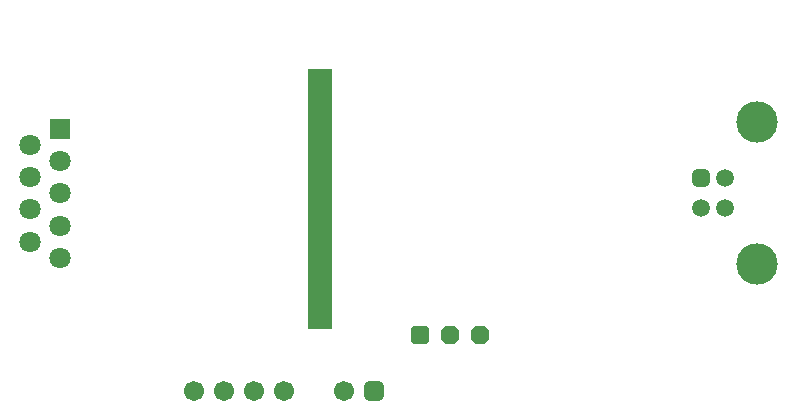
<source format=gbs>
G04*
G04 #@! TF.GenerationSoftware,Altium Limited,Altium Designer,22.6.1 (34)*
G04*
G04 Layer_Color=16711935*
%FSLAX25Y25*%
%MOIN*%
G70*
G04*
G04 #@! TF.SameCoordinates,92C09A27-C496-4622-AF52-00FCEC43516E*
G04*
G04*
G04 #@! TF.FilePolarity,Negative*
G04*
G01*
G75*
%ADD35R,0.07874X0.86614*%
%ADD62R,0.07093X0.07093*%
%ADD63C,0.07093*%
%ADD64C,0.00400*%
%ADD65C,0.06699*%
G04:AMPARAMS|DCode=66|XSize=66.99mil|YSize=66.99mil|CornerRadius=17.75mil|HoleSize=0mil|Usage=FLASHONLY|Rotation=0.000|XOffset=0mil|YOffset=0mil|HoleType=Round|Shape=RoundedRectangle|*
%AMROUNDEDRECTD66*
21,1,0.06699,0.03150,0,0,0.0*
21,1,0.03150,0.06699,0,0,0.0*
1,1,0.03550,0.01575,-0.01575*
1,1,0.03550,-0.01575,-0.01575*
1,1,0.03550,-0.01575,0.01575*
1,1,0.03550,0.01575,0.01575*
%
%ADD66ROUNDEDRECTD66*%
G04:AMPARAMS|DCode=67|XSize=63.06mil|YSize=63.06mil|CornerRadius=16.76mil|HoleSize=0mil|Usage=FLASHONLY|Rotation=0.000|XOffset=0mil|YOffset=0mil|HoleType=Round|Shape=RoundedRectangle|*
%AMROUNDEDRECTD67*
21,1,0.06306,0.02953,0,0,0.0*
21,1,0.02953,0.06306,0,0,0.0*
1,1,0.03353,0.01476,-0.01476*
1,1,0.03353,-0.01476,-0.01476*
1,1,0.03353,-0.01476,0.01476*
1,1,0.03353,0.01476,0.01476*
%
%ADD67ROUNDEDRECTD67*%
%ADD68P,0.06825X8X22.5*%
%ADD69C,0.13786*%
%ADD70C,0.05912*%
G04:AMPARAMS|DCode=71|XSize=59.12mil|YSize=59.12mil|CornerRadius=15.78mil|HoleSize=0mil|Usage=FLASHONLY|Rotation=90.000|XOffset=0mil|YOffset=0mil|HoleType=Round|Shape=RoundedRectangle|*
%AMROUNDEDRECTD71*
21,1,0.05912,0.02756,0,0,90.0*
21,1,0.02756,0.05912,0,0,90.0*
1,1,0.03156,0.01378,0.01378*
1,1,0.03156,0.01378,-0.01378*
1,1,0.03156,-0.01378,-0.01378*
1,1,0.03156,-0.01378,0.01378*
%
%ADD71ROUNDEDRECTD71*%
D35*
X114173Y74803D02*
D03*
D62*
X27500Y98347D02*
D03*
D63*
Y87559D02*
D03*
Y76772D02*
D03*
Y65984D02*
D03*
Y55197D02*
D03*
X17500Y92953D02*
D03*
Y82165D02*
D03*
Y71378D02*
D03*
Y60590D02*
D03*
D64*
X22500Y125984D02*
D03*
Y27559D02*
D03*
X255906Y15748D02*
D03*
Y137795D02*
D03*
D65*
X122362Y10827D02*
D03*
X82362D02*
D03*
X102362D02*
D03*
X92362D02*
D03*
X72362D02*
D03*
D66*
X132362Y10827D02*
D03*
D67*
X147480Y29528D02*
D03*
D68*
X157480D02*
D03*
X167480D02*
D03*
D69*
X259842Y53150D02*
D03*
Y100394D02*
D03*
D70*
X249213Y71850D02*
D03*
Y81693D02*
D03*
X241339Y71850D02*
D03*
D71*
Y81693D02*
D03*
M02*

</source>
